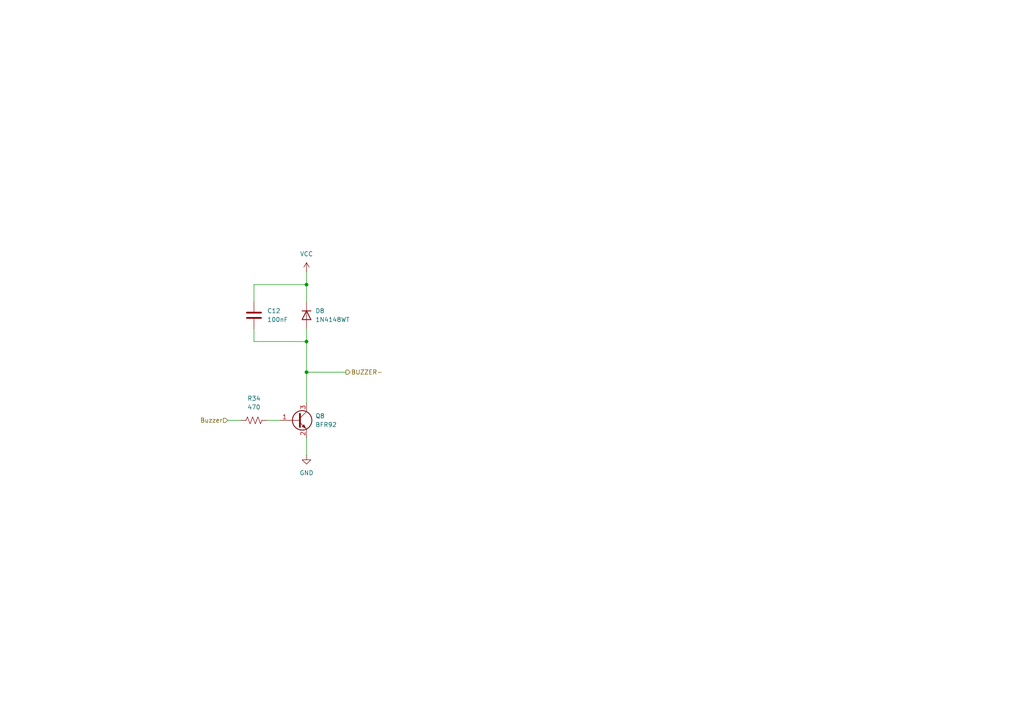
<source format=kicad_sch>
(kicad_sch
	(version 20250114)
	(generator "eeschema")
	(generator_version "9.0")
	(uuid "afaf4b47-d790-4ae5-af25-c7b99ffddc3b")
	(paper "A4")
	(lib_symbols
		(symbol "Device:C"
			(pin_numbers
				(hide yes)
			)
			(pin_names
				(offset 0.254)
			)
			(exclude_from_sim no)
			(in_bom yes)
			(on_board yes)
			(property "Reference" "C"
				(at 0.635 2.54 0)
				(effects
					(font
						(size 1.27 1.27)
					)
					(justify left)
				)
			)
			(property "Value" "C"
				(at 0.635 -2.54 0)
				(effects
					(font
						(size 1.27 1.27)
					)
					(justify left)
				)
			)
			(property "Footprint" ""
				(at 0.9652 -3.81 0)
				(effects
					(font
						(size 1.27 1.27)
					)
					(hide yes)
				)
			)
			(property "Datasheet" "~"
				(at 0 0 0)
				(effects
					(font
						(size 1.27 1.27)
					)
					(hide yes)
				)
			)
			(property "Description" "Unpolarized capacitor"
				(at 0 0 0)
				(effects
					(font
						(size 1.27 1.27)
					)
					(hide yes)
				)
			)
			(property "ki_keywords" "cap capacitor"
				(at 0 0 0)
				(effects
					(font
						(size 1.27 1.27)
					)
					(hide yes)
				)
			)
			(property "ki_fp_filters" "C_*"
				(at 0 0 0)
				(effects
					(font
						(size 1.27 1.27)
					)
					(hide yes)
				)
			)
			(symbol "C_0_1"
				(polyline
					(pts
						(xy -2.032 0.762) (xy 2.032 0.762)
					)
					(stroke
						(width 0.508)
						(type default)
					)
					(fill
						(type none)
					)
				)
				(polyline
					(pts
						(xy -2.032 -0.762) (xy 2.032 -0.762)
					)
					(stroke
						(width 0.508)
						(type default)
					)
					(fill
						(type none)
					)
				)
			)
			(symbol "C_1_1"
				(pin passive line
					(at 0 3.81 270)
					(length 2.794)
					(name "~"
						(effects
							(font
								(size 1.27 1.27)
							)
						)
					)
					(number "1"
						(effects
							(font
								(size 1.27 1.27)
							)
						)
					)
				)
				(pin passive line
					(at 0 -3.81 90)
					(length 2.794)
					(name "~"
						(effects
							(font
								(size 1.27 1.27)
							)
						)
					)
					(number "2"
						(effects
							(font
								(size 1.27 1.27)
							)
						)
					)
				)
			)
			(embedded_fonts no)
		)
		(symbol "Device:R_US"
			(pin_numbers
				(hide yes)
			)
			(pin_names
				(offset 0)
			)
			(exclude_from_sim no)
			(in_bom yes)
			(on_board yes)
			(property "Reference" "R"
				(at 2.54 0 90)
				(effects
					(font
						(size 1.27 1.27)
					)
				)
			)
			(property "Value" "R_US"
				(at -2.54 0 90)
				(effects
					(font
						(size 1.27 1.27)
					)
				)
			)
			(property "Footprint" ""
				(at 1.016 -0.254 90)
				(effects
					(font
						(size 1.27 1.27)
					)
					(hide yes)
				)
			)
			(property "Datasheet" "~"
				(at 0 0 0)
				(effects
					(font
						(size 1.27 1.27)
					)
					(hide yes)
				)
			)
			(property "Description" "Resistor, US symbol"
				(at 0 0 0)
				(effects
					(font
						(size 1.27 1.27)
					)
					(hide yes)
				)
			)
			(property "ki_keywords" "R res resistor"
				(at 0 0 0)
				(effects
					(font
						(size 1.27 1.27)
					)
					(hide yes)
				)
			)
			(property "ki_fp_filters" "R_*"
				(at 0 0 0)
				(effects
					(font
						(size 1.27 1.27)
					)
					(hide yes)
				)
			)
			(symbol "R_US_0_1"
				(polyline
					(pts
						(xy 0 2.286) (xy 0 2.54)
					)
					(stroke
						(width 0)
						(type default)
					)
					(fill
						(type none)
					)
				)
				(polyline
					(pts
						(xy 0 2.286) (xy 1.016 1.905) (xy 0 1.524) (xy -1.016 1.143) (xy 0 0.762)
					)
					(stroke
						(width 0)
						(type default)
					)
					(fill
						(type none)
					)
				)
				(polyline
					(pts
						(xy 0 0.762) (xy 1.016 0.381) (xy 0 0) (xy -1.016 -0.381) (xy 0 -0.762)
					)
					(stroke
						(width 0)
						(type default)
					)
					(fill
						(type none)
					)
				)
				(polyline
					(pts
						(xy 0 -0.762) (xy 1.016 -1.143) (xy 0 -1.524) (xy -1.016 -1.905) (xy 0 -2.286)
					)
					(stroke
						(width 0)
						(type default)
					)
					(fill
						(type none)
					)
				)
				(polyline
					(pts
						(xy 0 -2.286) (xy 0 -2.54)
					)
					(stroke
						(width 0)
						(type default)
					)
					(fill
						(type none)
					)
				)
			)
			(symbol "R_US_1_1"
				(pin passive line
					(at 0 3.81 270)
					(length 1.27)
					(name "~"
						(effects
							(font
								(size 1.27 1.27)
							)
						)
					)
					(number "1"
						(effects
							(font
								(size 1.27 1.27)
							)
						)
					)
				)
				(pin passive line
					(at 0 -3.81 90)
					(length 1.27)
					(name "~"
						(effects
							(font
								(size 1.27 1.27)
							)
						)
					)
					(number "2"
						(effects
							(font
								(size 1.27 1.27)
							)
						)
					)
				)
			)
			(embedded_fonts no)
		)
		(symbol "Diode:1N4148WT"
			(pin_numbers
				(hide yes)
			)
			(pin_names
				(hide yes)
			)
			(exclude_from_sim no)
			(in_bom yes)
			(on_board yes)
			(property "Reference" "D"
				(at 0 2.54 0)
				(effects
					(font
						(size 1.27 1.27)
					)
				)
			)
			(property "Value" "1N4148WT"
				(at 0 -2.54 0)
				(effects
					(font
						(size 1.27 1.27)
					)
				)
			)
			(property "Footprint" "Diode_SMD:D_SOD-523"
				(at 0 -4.445 0)
				(effects
					(font
						(size 1.27 1.27)
					)
					(hide yes)
				)
			)
			(property "Datasheet" "https://www.diodes.com/assets/Datasheets/ds30396.pdf"
				(at 0 0 0)
				(effects
					(font
						(size 1.27 1.27)
					)
					(hide yes)
				)
			)
			(property "Description" "75V 0.15A Fast switching Diode, SOD-523"
				(at 0 0 0)
				(effects
					(font
						(size 1.27 1.27)
					)
					(hide yes)
				)
			)
			(property "Sim.Device" "D"
				(at 0 0 0)
				(effects
					(font
						(size 1.27 1.27)
					)
					(hide yes)
				)
			)
			(property "Sim.Pins" "1=K 2=A"
				(at 0 0 0)
				(effects
					(font
						(size 1.27 1.27)
					)
					(hide yes)
				)
			)
			(property "ki_keywords" "diode"
				(at 0 0 0)
				(effects
					(font
						(size 1.27 1.27)
					)
					(hide yes)
				)
			)
			(property "ki_fp_filters" "D*SOD?523*"
				(at 0 0 0)
				(effects
					(font
						(size 1.27 1.27)
					)
					(hide yes)
				)
			)
			(symbol "1N4148WT_0_1"
				(polyline
					(pts
						(xy -1.27 1.27) (xy -1.27 -1.27)
					)
					(stroke
						(width 0.254)
						(type default)
					)
					(fill
						(type none)
					)
				)
				(polyline
					(pts
						(xy 1.27 1.27) (xy 1.27 -1.27) (xy -1.27 0) (xy 1.27 1.27)
					)
					(stroke
						(width 0.254)
						(type default)
					)
					(fill
						(type none)
					)
				)
				(polyline
					(pts
						(xy 1.27 0) (xy -1.27 0)
					)
					(stroke
						(width 0)
						(type default)
					)
					(fill
						(type none)
					)
				)
			)
			(symbol "1N4148WT_1_1"
				(pin passive line
					(at -3.81 0 0)
					(length 2.54)
					(name "K"
						(effects
							(font
								(size 1.27 1.27)
							)
						)
					)
					(number "1"
						(effects
							(font
								(size 1.27 1.27)
							)
						)
					)
				)
				(pin passive line
					(at 3.81 0 180)
					(length 2.54)
					(name "A"
						(effects
							(font
								(size 1.27 1.27)
							)
						)
					)
					(number "2"
						(effects
							(font
								(size 1.27 1.27)
							)
						)
					)
				)
			)
			(embedded_fonts no)
		)
		(symbol "Transistor_BJT:BFR92"
			(pin_names
				(offset 0)
				(hide yes)
			)
			(exclude_from_sim no)
			(in_bom yes)
			(on_board yes)
			(property "Reference" "Q"
				(at 5.08 1.905 0)
				(effects
					(font
						(size 1.27 1.27)
					)
					(justify left)
				)
			)
			(property "Value" "BFR92"
				(at 5.08 0 0)
				(effects
					(font
						(size 1.27 1.27)
					)
					(justify left)
				)
			)
			(property "Footprint" "Package_TO_SOT_SMD:SOT-323_SC-70"
				(at 5.08 -1.905 0)
				(effects
					(font
						(size 1.27 1.27)
						(italic yes)
					)
					(justify left)
					(hide yes)
				)
			)
			(property "Datasheet" "https://assets.nexperia.com/documents/data-sheet/BFR92A_N.pdf"
				(at 0 0 0)
				(effects
					(font
						(size 1.27 1.27)
					)
					(justify left)
					(hide yes)
				)
			)
			(property "Description" "0.025A Ic, 15V Vce, 5GHz Wideband NPN Transistor, SOT-323"
				(at 0 0 0)
				(effects
					(font
						(size 1.27 1.27)
					)
					(hide yes)
				)
			)
			(property "ki_keywords" "RF 5GHz NPN Transistor"
				(at 0 0 0)
				(effects
					(font
						(size 1.27 1.27)
					)
					(hide yes)
				)
			)
			(property "ki_fp_filters" "SOT?323*"
				(at 0 0 0)
				(effects
					(font
						(size 1.27 1.27)
					)
					(hide yes)
				)
			)
			(symbol "BFR92_0_1"
				(polyline
					(pts
						(xy -2.54 0) (xy 0.635 0)
					)
					(stroke
						(width 0)
						(type default)
					)
					(fill
						(type none)
					)
				)
				(polyline
					(pts
						(xy 0.635 1.905) (xy 0.635 -1.905)
					)
					(stroke
						(width 0.508)
						(type default)
					)
					(fill
						(type none)
					)
				)
				(circle
					(center 1.27 0)
					(radius 2.8194)
					(stroke
						(width 0.254)
						(type default)
					)
					(fill
						(type none)
					)
				)
			)
			(symbol "BFR92_1_1"
				(polyline
					(pts
						(xy 0.635 0.635) (xy 2.54 2.54)
					)
					(stroke
						(width 0)
						(type default)
					)
					(fill
						(type none)
					)
				)
				(polyline
					(pts
						(xy 0.635 -0.635) (xy 2.54 -2.54)
					)
					(stroke
						(width 0)
						(type default)
					)
					(fill
						(type none)
					)
				)
				(polyline
					(pts
						(xy 1.27 -1.778) (xy 1.778 -1.27) (xy 2.286 -2.286) (xy 1.27 -1.778)
					)
					(stroke
						(width 0)
						(type default)
					)
					(fill
						(type outline)
					)
				)
				(pin input line
					(at -5.08 0 0)
					(length 2.54)
					(name "B"
						(effects
							(font
								(size 1.27 1.27)
							)
						)
					)
					(number "1"
						(effects
							(font
								(size 1.27 1.27)
							)
						)
					)
				)
				(pin passive line
					(at 2.54 5.08 270)
					(length 2.54)
					(name "C"
						(effects
							(font
								(size 1.27 1.27)
							)
						)
					)
					(number "3"
						(effects
							(font
								(size 1.27 1.27)
							)
						)
					)
				)
				(pin passive line
					(at 2.54 -5.08 90)
					(length 2.54)
					(name "E"
						(effects
							(font
								(size 1.27 1.27)
							)
						)
					)
					(number "2"
						(effects
							(font
								(size 1.27 1.27)
							)
						)
					)
				)
			)
			(embedded_fonts no)
		)
		(symbol "power:GND"
			(power)
			(pin_numbers
				(hide yes)
			)
			(pin_names
				(offset 0)
				(hide yes)
			)
			(exclude_from_sim no)
			(in_bom yes)
			(on_board yes)
			(property "Reference" "#PWR"
				(at 0 -6.35 0)
				(effects
					(font
						(size 1.27 1.27)
					)
					(hide yes)
				)
			)
			(property "Value" "GND"
				(at 0 -3.81 0)
				(effects
					(font
						(size 1.27 1.27)
					)
				)
			)
			(property "Footprint" ""
				(at 0 0 0)
				(effects
					(font
						(size 1.27 1.27)
					)
					(hide yes)
				)
			)
			(property "Datasheet" ""
				(at 0 0 0)
				(effects
					(font
						(size 1.27 1.27)
					)
					(hide yes)
				)
			)
			(property "Description" "Power symbol creates a global label with name \"GND\" , ground"
				(at 0 0 0)
				(effects
					(font
						(size 1.27 1.27)
					)
					(hide yes)
				)
			)
			(property "ki_keywords" "global power"
				(at 0 0 0)
				(effects
					(font
						(size 1.27 1.27)
					)
					(hide yes)
				)
			)
			(symbol "GND_0_1"
				(polyline
					(pts
						(xy 0 0) (xy 0 -1.27) (xy 1.27 -1.27) (xy 0 -2.54) (xy -1.27 -1.27) (xy 0 -1.27)
					)
					(stroke
						(width 0)
						(type default)
					)
					(fill
						(type none)
					)
				)
			)
			(symbol "GND_1_1"
				(pin power_in line
					(at 0 0 270)
					(length 0)
					(name "~"
						(effects
							(font
								(size 1.27 1.27)
							)
						)
					)
					(number "1"
						(effects
							(font
								(size 1.27 1.27)
							)
						)
					)
				)
			)
			(embedded_fonts no)
		)
		(symbol "power:VCC"
			(power)
			(pin_numbers
				(hide yes)
			)
			(pin_names
				(offset 0)
				(hide yes)
			)
			(exclude_from_sim no)
			(in_bom yes)
			(on_board yes)
			(property "Reference" "#PWR"
				(at 0 -3.81 0)
				(effects
					(font
						(size 1.27 1.27)
					)
					(hide yes)
				)
			)
			(property "Value" "VCC"
				(at 0 3.556 0)
				(effects
					(font
						(size 1.27 1.27)
					)
				)
			)
			(property "Footprint" ""
				(at 0 0 0)
				(effects
					(font
						(size 1.27 1.27)
					)
					(hide yes)
				)
			)
			(property "Datasheet" ""
				(at 0 0 0)
				(effects
					(font
						(size 1.27 1.27)
					)
					(hide yes)
				)
			)
			(property "Description" "Power symbol creates a global label with name \"VCC\""
				(at 0 0 0)
				(effects
					(font
						(size 1.27 1.27)
					)
					(hide yes)
				)
			)
			(property "ki_keywords" "global power"
				(at 0 0 0)
				(effects
					(font
						(size 1.27 1.27)
					)
					(hide yes)
				)
			)
			(symbol "VCC_0_1"
				(polyline
					(pts
						(xy -0.762 1.27) (xy 0 2.54)
					)
					(stroke
						(width 0)
						(type default)
					)
					(fill
						(type none)
					)
				)
				(polyline
					(pts
						(xy 0 2.54) (xy 0.762 1.27)
					)
					(stroke
						(width 0)
						(type default)
					)
					(fill
						(type none)
					)
				)
				(polyline
					(pts
						(xy 0 0) (xy 0 2.54)
					)
					(stroke
						(width 0)
						(type default)
					)
					(fill
						(type none)
					)
				)
			)
			(symbol "VCC_1_1"
				(pin power_in line
					(at 0 0 90)
					(length 0)
					(name "~"
						(effects
							(font
								(size 1.27 1.27)
							)
						)
					)
					(number "1"
						(effects
							(font
								(size 1.27 1.27)
							)
						)
					)
				)
			)
			(embedded_fonts no)
		)
	)
	(junction
		(at 88.9 99.06)
		(diameter 0)
		(color 0 0 0 0)
		(uuid "76e7b229-f228-47cf-8f00-09c490ed8b77")
	)
	(junction
		(at 88.9 82.55)
		(diameter 0)
		(color 0 0 0 0)
		(uuid "7cafaa93-6e82-47a1-940f-b4985d0ee325")
	)
	(junction
		(at 88.9 107.95)
		(diameter 0)
		(color 0 0 0 0)
		(uuid "8a0507a6-9a71-4c5c-b3f4-f8205dd29608")
	)
	(wire
		(pts
			(xy 88.9 107.95) (xy 88.9 116.84)
		)
		(stroke
			(width 0)
			(type default)
		)
		(uuid "0b01b747-ca32-4750-8565-7f0ee3804213")
	)
	(wire
		(pts
			(xy 66.04 121.92) (xy 69.85 121.92)
		)
		(stroke
			(width 0)
			(type default)
		)
		(uuid "296b9bcf-9959-40e1-9033-269ea586ed28")
	)
	(wire
		(pts
			(xy 88.9 95.25) (xy 88.9 99.06)
		)
		(stroke
			(width 0)
			(type default)
		)
		(uuid "2d614e8c-1da0-4b40-adc9-4370e85eb9c5")
	)
	(wire
		(pts
			(xy 73.66 99.06) (xy 88.9 99.06)
		)
		(stroke
			(width 0)
			(type default)
		)
		(uuid "3222204e-6e62-4799-895c-ba7569c4d51c")
	)
	(wire
		(pts
			(xy 88.9 78.74) (xy 88.9 82.55)
		)
		(stroke
			(width 0)
			(type default)
		)
		(uuid "3457f039-1a15-4bd5-8610-226c64a7360f")
	)
	(wire
		(pts
			(xy 100.33 107.95) (xy 88.9 107.95)
		)
		(stroke
			(width 0)
			(type default)
		)
		(uuid "4a586251-e70d-4625-ae2c-548b4885057c")
	)
	(wire
		(pts
			(xy 73.66 95.25) (xy 73.66 99.06)
		)
		(stroke
			(width 0)
			(type default)
		)
		(uuid "5bdf3589-0e92-41ad-b7fe-2a1bbfb0ced7")
	)
	(wire
		(pts
			(xy 77.47 121.92) (xy 81.28 121.92)
		)
		(stroke
			(width 0)
			(type default)
		)
		(uuid "6179bf5c-d4fd-4932-9815-cd160391d24a")
	)
	(wire
		(pts
			(xy 73.66 87.63) (xy 73.66 82.55)
		)
		(stroke
			(width 0)
			(type default)
		)
		(uuid "7abc6cfc-5ad0-44c1-8afb-b2e20823b589")
	)
	(wire
		(pts
			(xy 73.66 82.55) (xy 88.9 82.55)
		)
		(stroke
			(width 0)
			(type default)
		)
		(uuid "ca5a5bfc-cfe3-4334-835e-0d635e840193")
	)
	(wire
		(pts
			(xy 88.9 99.06) (xy 88.9 107.95)
		)
		(stroke
			(width 0)
			(type default)
		)
		(uuid "ee7142c1-2e67-453e-972b-ca8dab91226e")
	)
	(wire
		(pts
			(xy 88.9 82.55) (xy 88.9 87.63)
		)
		(stroke
			(width 0)
			(type default)
		)
		(uuid "f4c011e8-9cf5-4c0f-9fcb-c4f4d416c5e5")
	)
	(wire
		(pts
			(xy 88.9 127) (xy 88.9 132.08)
		)
		(stroke
			(width 0)
			(type default)
		)
		(uuid "f5f8f8c1-95bf-4bb9-843a-a28c58d7d5a2")
	)
	(hierarchical_label "BUZZER-"
		(shape output)
		(at 100.33 107.95 0)
		(effects
			(font
				(size 1.27 1.27)
			)
			(justify left)
		)
		(uuid "3a83fe37-b834-4459-9077-20ef638df4d7")
	)
	(hierarchical_label "Buzzer"
		(shape input)
		(at 66.04 121.92 180)
		(effects
			(font
				(size 1.27 1.27)
			)
			(justify right)
		)
		(uuid "f0319a04-aa56-4880-9048-87186cf9dafe")
	)
	(symbol
		(lib_id "Device:C")
		(at 73.66 91.44 0)
		(unit 1)
		(exclude_from_sim no)
		(in_bom yes)
		(on_board yes)
		(dnp no)
		(fields_autoplaced yes)
		(uuid "44cbc980-5166-4579-9fa9-e1135dbf5627")
		(property "Reference" "C12"
			(at 77.47 90.1699 0)
			(effects
				(font
					(size 1.27 1.27)
				)
				(justify left)
			)
		)
		(property "Value" "100nF"
			(at 77.47 92.7099 0)
			(effects
				(font
					(size 1.27 1.27)
				)
				(justify left)
			)
		)
		(property "Footprint" "Capacitor_SMD:C_0201_0603Metric"
			(at 74.6252 95.25 0)
			(effects
				(font
					(size 1.27 1.27)
				)
				(hide yes)
			)
		)
		(property "Datasheet" "~"
			(at 73.66 91.44 0)
			(effects
				(font
					(size 1.27 1.27)
				)
				(hide yes)
			)
		)
		(property "Description" "Unpolarized capacitor"
			(at 73.66 91.44 0)
			(effects
				(font
					(size 1.27 1.27)
				)
				(hide yes)
			)
		)
		(pin "1"
			(uuid "3ffa7dd3-3137-4542-85e5-14e613b70f69")
		)
		(pin "2"
			(uuid "b329273d-927c-4fa5-873d-a1cde37866bb")
		)
		(instances
			(project "MICROOO PUERTA"
				(path "/1b977d99-1d22-4971-9e37-13f65a474bc7/be4a5a19-382f-465e-8ce7-b4d36dda7d2a/5c903b5a-7620-4596-99a3-35d5351c7a41"
					(reference "C12")
					(unit 1)
				)
			)
		)
	)
	(symbol
		(lib_id "power:GND")
		(at 88.9 132.08 0)
		(unit 1)
		(exclude_from_sim no)
		(in_bom yes)
		(on_board yes)
		(dnp no)
		(fields_autoplaced yes)
		(uuid "5414d8e2-4374-47a9-977e-a434667add97")
		(property "Reference" "#PWR052"
			(at 88.9 138.43 0)
			(effects
				(font
					(size 1.27 1.27)
				)
				(hide yes)
			)
		)
		(property "Value" "GND"
			(at 88.9 137.16 0)
			(effects
				(font
					(size 1.27 1.27)
				)
			)
		)
		(property "Footprint" ""
			(at 88.9 132.08 0)
			(effects
				(font
					(size 1.27 1.27)
				)
				(hide yes)
			)
		)
		(property "Datasheet" ""
			(at 88.9 132.08 0)
			(effects
				(font
					(size 1.27 1.27)
				)
				(hide yes)
			)
		)
		(property "Description" "Power symbol creates a global label with name \"GND\" , ground"
			(at 88.9 132.08 0)
			(effects
				(font
					(size 1.27 1.27)
				)
				(hide yes)
			)
		)
		(pin "1"
			(uuid "1ede1d4b-2c15-4208-8806-32dc8d0cafbe")
		)
		(instances
			(project "Micro_puerta"
				(path "/1b977d99-1d22-4971-9e37-13f65a474bc7/be4a5a19-382f-465e-8ce7-b4d36dda7d2a/5c903b5a-7620-4596-99a3-35d5351c7a41"
					(reference "#PWR052")
					(unit 1)
				)
			)
		)
	)
	(symbol
		(lib_id "Device:R_US")
		(at 73.66 121.92 270)
		(unit 1)
		(exclude_from_sim no)
		(in_bom yes)
		(on_board yes)
		(dnp no)
		(fields_autoplaced yes)
		(uuid "58cf8daa-a6d0-4ce2-b65e-acbe2544fec6")
		(property "Reference" "R34"
			(at 73.66 115.57 90)
			(effects
				(font
					(size 1.27 1.27)
				)
			)
		)
		(property "Value" "470"
			(at 73.66 118.11 90)
			(effects
				(font
					(size 1.27 1.27)
				)
			)
		)
		(property "Footprint" "Resistor_SMD:R_0201_0603Metric"
			(at 73.406 122.936 90)
			(effects
				(font
					(size 1.27 1.27)
				)
				(hide yes)
			)
		)
		(property "Datasheet" "~"
			(at 73.66 121.92 0)
			(effects
				(font
					(size 1.27 1.27)
				)
				(hide yes)
			)
		)
		(property "Description" "Resistor, US symbol"
			(at 73.66 121.92 0)
			(effects
				(font
					(size 1.27 1.27)
				)
				(hide yes)
			)
		)
		(pin "1"
			(uuid "5d0b9ad6-aa95-4b76-b025-b794a52c3951")
		)
		(pin "2"
			(uuid "0c15651a-f53b-4b38-b55c-fd3893cbda33")
		)
		(instances
			(project "Micro_puerta"
				(path "/1b977d99-1d22-4971-9e37-13f65a474bc7/be4a5a19-382f-465e-8ce7-b4d36dda7d2a/5c903b5a-7620-4596-99a3-35d5351c7a41"
					(reference "R34")
					(unit 1)
				)
			)
		)
	)
	(symbol
		(lib_id "power:VCC")
		(at 88.9 78.74 0)
		(unit 1)
		(exclude_from_sim no)
		(in_bom yes)
		(on_board yes)
		(dnp no)
		(fields_autoplaced yes)
		(uuid "7ccfe269-e7f8-452c-b2bc-feac7df82a69")
		(property "Reference" "#PWR053"
			(at 88.9 82.55 0)
			(effects
				(font
					(size 1.27 1.27)
				)
				(hide yes)
			)
		)
		(property "Value" "VCC"
			(at 88.9 73.66 0)
			(effects
				(font
					(size 1.27 1.27)
				)
			)
		)
		(property "Footprint" ""
			(at 88.9 78.74 0)
			(effects
				(font
					(size 1.27 1.27)
				)
				(hide yes)
			)
		)
		(property "Datasheet" ""
			(at 88.9 78.74 0)
			(effects
				(font
					(size 1.27 1.27)
				)
				(hide yes)
			)
		)
		(property "Description" "Power symbol creates a global label with name \"VCC\""
			(at 88.9 78.74 0)
			(effects
				(font
					(size 1.27 1.27)
				)
				(hide yes)
			)
		)
		(pin "1"
			(uuid "9283cb98-9345-46b3-aaa1-7d611f92b211")
		)
		(instances
			(project "Micro_puerta"
				(path "/1b977d99-1d22-4971-9e37-13f65a474bc7/be4a5a19-382f-465e-8ce7-b4d36dda7d2a/5c903b5a-7620-4596-99a3-35d5351c7a41"
					(reference "#PWR053")
					(unit 1)
				)
			)
		)
	)
	(symbol
		(lib_id "Transistor_BJT:BFR92")
		(at 86.36 121.92 0)
		(unit 1)
		(exclude_from_sim no)
		(in_bom yes)
		(on_board yes)
		(dnp no)
		(uuid "a8b847e9-8e08-4668-ab3e-47a013c4bfe5")
		(property "Reference" "Q8"
			(at 91.44 120.6499 0)
			(effects
				(font
					(size 1.27 1.27)
				)
				(justify left)
			)
		)
		(property "Value" "BFR92"
			(at 91.44 123.1899 0)
			(effects
				(font
					(size 1.27 1.27)
				)
				(justify left)
			)
		)
		(property "Footprint" "Package_TO_SOT_SMD:SOT-323_SC-70"
			(at 91.44 123.825 0)
			(effects
				(font
					(size 1.27 1.27)
					(italic yes)
				)
				(justify left)
				(hide yes)
			)
		)
		(property "Datasheet" "https://assets.nexperia.com/documents/data-sheet/BFR92A_N.pdf"
			(at 86.36 121.92 0)
			(effects
				(font
					(size 1.27 1.27)
				)
				(justify left)
				(hide yes)
			)
		)
		(property "Description" "0.025A Ic, 15V Vce, 5GHz Wideband NPN Transistor, SOT-323"
			(at 86.36 121.92 0)
			(effects
				(font
					(size 1.27 1.27)
				)
				(hide yes)
			)
		)
		(pin "1"
			(uuid "dd68251b-e65c-4f55-8081-6632e5e41dd7")
		)
		(pin "2"
			(uuid "0b510035-23d4-47aa-a26a-6bbd808d9d8b")
		)
		(pin "3"
			(uuid "15ed6413-f813-4a60-acbf-2fde897fe373")
		)
		(instances
			(project "Micro_puerta"
				(path "/1b977d99-1d22-4971-9e37-13f65a474bc7/be4a5a19-382f-465e-8ce7-b4d36dda7d2a/5c903b5a-7620-4596-99a3-35d5351c7a41"
					(reference "Q8")
					(unit 1)
				)
			)
		)
	)
	(symbol
		(lib_id "Diode:1N4148WT")
		(at 88.9 91.44 270)
		(unit 1)
		(exclude_from_sim no)
		(in_bom yes)
		(on_board yes)
		(dnp no)
		(fields_autoplaced yes)
		(uuid "f77172ed-cc34-43ab-85d5-43d83d645f07")
		(property "Reference" "D8"
			(at 91.44 90.1699 90)
			(effects
				(font
					(size 1.27 1.27)
				)
				(justify left)
			)
		)
		(property "Value" "1N4148WT"
			(at 91.44 92.7099 90)
			(effects
				(font
					(size 1.27 1.27)
				)
				(justify left)
			)
		)
		(property "Footprint" "Diode_SMD:D_SOD-523"
			(at 84.455 91.44 0)
			(effects
				(font
					(size 1.27 1.27)
				)
				(hide yes)
			)
		)
		(property "Datasheet" "https://www.diodes.com/assets/Datasheets/ds30396.pdf"
			(at 88.9 91.44 0)
			(effects
				(font
					(size 1.27 1.27)
				)
				(hide yes)
			)
		)
		(property "Description" "75V 0.15A Fast switching Diode, SOD-523"
			(at 88.9 91.44 0)
			(effects
				(font
					(size 1.27 1.27)
				)
				(hide yes)
			)
		)
		(property "Sim.Device" "D"
			(at 88.9 91.44 0)
			(effects
				(font
					(size 1.27 1.27)
				)
				(hide yes)
			)
		)
		(property "Sim.Pins" "1=K 2=A"
			(at 88.9 91.44 0)
			(effects
				(font
					(size 1.27 1.27)
				)
				(hide yes)
			)
		)
		(pin "2"
			(uuid "1a944ec5-ca0c-4c97-af1c-0a9c943ba727")
		)
		(pin "1"
			(uuid "9955c2b3-1abf-441c-8b80-4f424afcee85")
		)
		(instances
			(project ""
				(path "/1b977d99-1d22-4971-9e37-13f65a474bc7/be4a5a19-382f-465e-8ce7-b4d36dda7d2a/5c903b5a-7620-4596-99a3-35d5351c7a41"
					(reference "D8")
					(unit 1)
				)
			)
		)
	)
)

</source>
